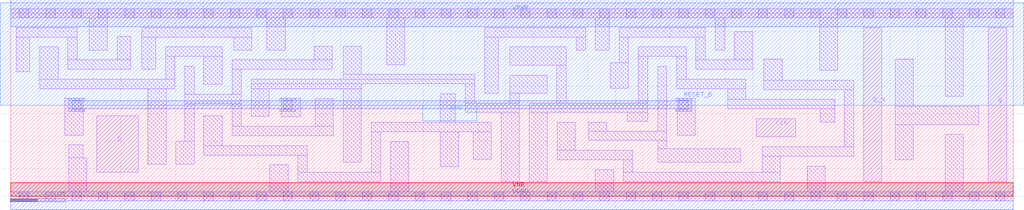
<source format=lef>
# Copyright 2020 The SkyWater PDK Authors
#
# Licensed under the Apache License, Version 2.0 (the "License");
# you may not use this file except in compliance with the License.
# You may obtain a copy of the License at
#
#     https://www.apache.org/licenses/LICENSE-2.0
#
# Unless required by applicable law or agreed to in writing, software
# distributed under the License is distributed on an "AS IS" BASIS,
# WITHOUT WARRANTIES OR CONDITIONS OF ANY KIND, either express or implied.
# See the License for the specific language governing permissions and
# limitations under the License.
#
# SPDX-License-Identifier: Apache-2.0

VERSION 5.7 ;
  NOWIREEXTENSIONATPIN ON ;
  DIVIDERCHAR "/" ;
  BUSBITCHARS "[]" ;
MACRO sky130_fd_sc_lp__dfrbp_lp
  CLASS CORE ;
  FOREIGN sky130_fd_sc_lp__dfrbp_lp ;
  ORIGIN  0.000000  0.000000 ;
  SIZE  18.24000 BY  3.330000 ;
  SYMMETRY R90 ;
  SITE unit ;
  PIN D
    ANTENNAGATEAREA  0.189000 ;
    DIRECTION INPUT ;
    USE SIGNAL ;
    PORT
      LAYER li1 ;
        RECT 1.565000 0.440000 2.315000 1.460000 ;
    END
  END D
  PIN Q
    ANTENNADIFFAREA  0.598500 ;
    DIRECTION OUTPUT ;
    USE SIGNAL ;
    PORT
      LAYER li1 ;
        RECT 17.785000 0.265000 18.115000 3.065000 ;
    END
  END Q
  PIN Q_N
    ANTENNADIFFAREA  0.598500 ;
    DIRECTION OUTPUT ;
    USE SIGNAL ;
    PORT
      LAYER li1 ;
        RECT 15.515000 0.265000 15.845000 3.065000 ;
    END
  END Q_N
  PIN RESET_B
    ANTENNAGATEAREA  0.567000 ;
    DIRECTION INPUT ;
    USE SIGNAL ;
    PORT
      LAYER met1 ;
        RECT  1.055000 1.550000  1.345000 1.595000 ;
        RECT  1.055000 1.595000 12.385000 1.735000 ;
        RECT  1.055000 1.735000  1.345000 1.780000 ;
        RECT  4.895000 1.550000  5.185000 1.595000 ;
        RECT  4.895000 1.735000  5.185000 1.780000 ;
        RECT 12.095000 1.550000 12.385000 1.595000 ;
        RECT 12.095000 1.735000 12.385000 1.780000 ;
    END
  END RESET_B
  PIN CLK
    ANTENNAGATEAREA  0.318000 ;
    DIRECTION INPUT ;
    USE CLOCK ;
    PORT
      LAYER li1 ;
        RECT 13.565000 1.080000 14.275000 1.410000 ;
    END
  END CLK
  PIN VGND
    DIRECTION INOUT ;
    USE GROUND ;
    PORT
      LAYER met1 ;
        RECT 0.000000 -0.245000 18.240000 0.245000 ;
    END
  END VGND
  PIN VNB
    DIRECTION INOUT ;
    USE GROUND ;
    PORT
      LAYER pwell ;
        RECT 0.000000 0.000000 18.240000 0.245000 ;
    END
  END VNB
  PIN VPB
    DIRECTION INOUT ;
    USE POWER ;
    PORT
      LAYER nwell ;
        RECT -0.190000 1.655000 18.430000 3.520000 ;
        RECT  7.490000 1.375000  8.475000 1.655000 ;
    END
  END VPB
  PIN VPWR
    DIRECTION INOUT ;
    USE POWER ;
    PORT
      LAYER met1 ;
        RECT 0.000000 3.085000 18.240000 3.575000 ;
    END
  END VPWR
  OBS
    LAYER li1 ;
      RECT  0.000000 -0.085000 18.240000 0.085000 ;
      RECT  0.000000  3.245000 18.240000 3.415000 ;
      RECT  0.100000  2.265000  0.350000 2.895000 ;
      RECT  0.100000  2.895000  1.210000 3.065000 ;
      RECT  0.530000  1.960000  2.985000 2.130000 ;
      RECT  0.530000  2.130000  0.860000 2.715000 ;
      RECT  0.985000  1.110000  1.315000 1.780000 ;
      RECT  1.040000  2.310000  2.185000 2.480000 ;
      RECT  1.040000  2.480000  1.210000 2.895000 ;
      RECT  1.055000  0.085000  1.385000 0.700000 ;
      RECT  1.055000  0.700000  1.315000 0.940000 ;
      RECT  1.425000  2.660000  1.755000 3.245000 ;
      RECT  1.935000  2.480000  2.185000 2.910000 ;
      RECT  2.385000  2.310000  2.635000 2.895000 ;
      RECT  2.385000  2.895000  4.385000 3.065000 ;
      RECT  2.495000  0.580000  2.825000 1.960000 ;
      RECT  2.815000  2.130000  2.985000 2.545000 ;
      RECT  2.815000  2.545000  3.845000 2.715000 ;
      RECT  3.005000  0.580000  3.335000 1.000000 ;
      RECT  3.165000  1.000000  3.335000 1.685000 ;
      RECT  3.165000  1.685000  4.195000 1.855000 ;
      RECT  3.165000  1.855000  3.335000 2.365000 ;
      RECT  3.515000  0.750000  5.395000 0.920000 ;
      RECT  3.515000  0.920000  3.845000 1.460000 ;
      RECT  3.515000  2.035000  3.845000 2.545000 ;
      RECT  4.025000  1.100000  5.870000 1.270000 ;
      RECT  4.025000  1.270000  4.195000 1.685000 ;
      RECT  4.025000  1.855000  4.195000 2.310000 ;
      RECT  4.025000  2.310000  5.850000 2.480000 ;
      RECT  4.055000  2.660000  4.385000 2.895000 ;
      RECT  4.375000  1.455000  4.705000 1.960000 ;
      RECT  4.375000  1.960000  6.380000 2.045000 ;
      RECT  4.375000  2.045000  8.440000 2.130000 ;
      RECT  4.660000  2.660000  4.990000 3.245000 ;
      RECT  4.715000  0.085000  5.045000 0.570000 ;
      RECT  4.925000  1.450000  5.275000 1.780000 ;
      RECT  5.225000  0.265000  6.730000 0.435000 ;
      RECT  5.225000  0.435000  5.395000 0.750000 ;
      RECT  5.520000  2.480000  5.850000 2.725000 ;
      RECT  5.540000  1.270000  5.870000 1.770000 ;
      RECT  6.050000  0.615000  6.380000 1.960000 ;
      RECT  6.050000  2.130000  8.440000 2.215000 ;
      RECT  6.050000  2.215000  6.380000 2.725000 ;
      RECT  6.560000  0.435000  6.730000 1.175000 ;
      RECT  6.560000  1.175000  8.740000 1.345000 ;
      RECT  6.840000  2.395000  7.170000 3.245000 ;
      RECT  6.910000  0.085000  7.240000 0.995000 ;
      RECT  7.815000  0.535000  8.145000 1.175000 ;
      RECT  7.815000  1.345000  8.090000 1.865000 ;
      RECT  8.270000  1.525000  9.250000 1.695000 ;
      RECT  8.270000  1.695000  8.440000 2.045000 ;
      RECT  8.410000  0.675000  8.740000 1.175000 ;
      RECT  8.620000  1.875000  8.870000 2.895000 ;
      RECT  8.620000  2.895000 10.455000 3.065000 ;
      RECT  8.920000  0.265000  9.250000 1.525000 ;
      RECT  9.075000  2.385000 10.105000 2.715000 ;
      RECT  9.080000  1.695000  9.250000 1.875000 ;
      RECT  9.080000  1.875000  9.755000 2.205000 ;
      RECT  9.430000  0.265000  9.760000 1.525000 ;
      RECT  9.430000  1.525000 11.585000 1.695000 ;
      RECT  9.935000  1.695000 10.105000 2.385000 ;
      RECT  9.940000  0.665000 11.315000 0.835000 ;
      RECT  9.940000  0.835000 10.270000 1.345000 ;
      RECT 10.285000  2.655000 10.455000 2.895000 ;
      RECT 10.510000  1.015000 11.935000 1.185000 ;
      RECT 10.510000  1.185000 10.840000 1.345000 ;
      RECT 10.635000  0.085000 10.965000 0.485000 ;
      RECT 10.635000  2.655000 10.885000 3.245000 ;
      RECT 10.905000  1.965000 11.235000 2.425000 ;
      RECT 11.065000  2.425000 11.235000 2.895000 ;
      RECT 11.065000  2.895000 12.635000 3.065000 ;
      RECT 11.145000  0.265000 14.000000 0.435000 ;
      RECT 11.145000  0.435000 11.315000 0.665000 ;
      RECT 11.215000  1.365000 11.585000 1.525000 ;
      RECT 11.415000  1.695000 11.585000 2.545000 ;
      RECT 11.415000  2.545000 12.285000 2.715000 ;
      RECT 11.765000  0.615000 13.275000 0.865000 ;
      RECT 11.765000  0.865000 11.935000 1.015000 ;
      RECT 11.765000  1.185000 11.935000 2.365000 ;
      RECT 12.115000  1.960000 13.370000 2.130000 ;
      RECT 12.115000  2.130000 12.285000 2.545000 ;
      RECT 12.125000  1.110000 12.455000 1.780000 ;
      RECT 12.465000  2.310000 13.495000 2.480000 ;
      RECT 12.465000  2.480000 12.635000 2.895000 ;
      RECT 12.815000  2.660000 12.985000 3.245000 ;
      RECT 13.040000  1.590000 14.985000 1.760000 ;
      RECT 13.040000  1.760000 13.370000 1.960000 ;
      RECT 13.165000  2.480000 13.495000 2.990000 ;
      RECT 13.670000  0.435000 14.000000 0.730000 ;
      RECT 13.670000  0.730000 15.335000 0.900000 ;
      RECT 13.700000  1.940000 15.335000 2.110000 ;
      RECT 13.700000  2.110000 14.030000 2.495000 ;
      RECT 14.490000  0.085000 14.820000 0.550000 ;
      RECT 14.715000  2.290000 15.045000 3.245000 ;
      RECT 14.725000  1.345000 14.985000 1.590000 ;
      RECT 15.165000  0.900000 15.335000 1.940000 ;
      RECT 16.090000  0.665000 16.420000 1.305000 ;
      RECT 16.090000  1.305000 17.605000 1.635000 ;
      RECT 16.090000  1.635000 16.420000 2.495000 ;
      RECT 16.995000  0.085000 17.325000 1.125000 ;
      RECT 16.995000  1.815000 17.325000 3.245000 ;
    LAYER mcon ;
      RECT  0.155000 -0.085000  0.325000 0.085000 ;
      RECT  0.155000  3.245000  0.325000 3.415000 ;
      RECT  0.635000 -0.085000  0.805000 0.085000 ;
      RECT  0.635000  3.245000  0.805000 3.415000 ;
      RECT  1.115000 -0.085000  1.285000 0.085000 ;
      RECT  1.115000  1.580000  1.285000 1.750000 ;
      RECT  1.115000  3.245000  1.285000 3.415000 ;
      RECT  1.595000 -0.085000  1.765000 0.085000 ;
      RECT  1.595000  3.245000  1.765000 3.415000 ;
      RECT  2.075000 -0.085000  2.245000 0.085000 ;
      RECT  2.075000  3.245000  2.245000 3.415000 ;
      RECT  2.555000 -0.085000  2.725000 0.085000 ;
      RECT  2.555000  3.245000  2.725000 3.415000 ;
      RECT  3.035000 -0.085000  3.205000 0.085000 ;
      RECT  3.035000  3.245000  3.205000 3.415000 ;
      RECT  3.515000 -0.085000  3.685000 0.085000 ;
      RECT  3.515000  3.245000  3.685000 3.415000 ;
      RECT  3.995000 -0.085000  4.165000 0.085000 ;
      RECT  3.995000  3.245000  4.165000 3.415000 ;
      RECT  4.475000 -0.085000  4.645000 0.085000 ;
      RECT  4.475000  3.245000  4.645000 3.415000 ;
      RECT  4.955000 -0.085000  5.125000 0.085000 ;
      RECT  4.955000  1.580000  5.125000 1.750000 ;
      RECT  4.955000  3.245000  5.125000 3.415000 ;
      RECT  5.435000 -0.085000  5.605000 0.085000 ;
      RECT  5.435000  3.245000  5.605000 3.415000 ;
      RECT  5.915000 -0.085000  6.085000 0.085000 ;
      RECT  5.915000  3.245000  6.085000 3.415000 ;
      RECT  6.395000 -0.085000  6.565000 0.085000 ;
      RECT  6.395000  3.245000  6.565000 3.415000 ;
      RECT  6.875000 -0.085000  7.045000 0.085000 ;
      RECT  6.875000  3.245000  7.045000 3.415000 ;
      RECT  7.355000 -0.085000  7.525000 0.085000 ;
      RECT  7.355000  3.245000  7.525000 3.415000 ;
      RECT  7.835000 -0.085000  8.005000 0.085000 ;
      RECT  7.835000  3.245000  8.005000 3.415000 ;
      RECT  8.315000 -0.085000  8.485000 0.085000 ;
      RECT  8.315000  3.245000  8.485000 3.415000 ;
      RECT  8.795000 -0.085000  8.965000 0.085000 ;
      RECT  8.795000  3.245000  8.965000 3.415000 ;
      RECT  9.275000 -0.085000  9.445000 0.085000 ;
      RECT  9.275000  3.245000  9.445000 3.415000 ;
      RECT  9.755000 -0.085000  9.925000 0.085000 ;
      RECT  9.755000  3.245000  9.925000 3.415000 ;
      RECT 10.235000 -0.085000 10.405000 0.085000 ;
      RECT 10.235000  3.245000 10.405000 3.415000 ;
      RECT 10.715000 -0.085000 10.885000 0.085000 ;
      RECT 10.715000  3.245000 10.885000 3.415000 ;
      RECT 11.195000 -0.085000 11.365000 0.085000 ;
      RECT 11.195000  3.245000 11.365000 3.415000 ;
      RECT 11.675000 -0.085000 11.845000 0.085000 ;
      RECT 11.675000  3.245000 11.845000 3.415000 ;
      RECT 12.155000 -0.085000 12.325000 0.085000 ;
      RECT 12.155000  1.580000 12.325000 1.750000 ;
      RECT 12.155000  3.245000 12.325000 3.415000 ;
      RECT 12.635000 -0.085000 12.805000 0.085000 ;
      RECT 12.635000  3.245000 12.805000 3.415000 ;
      RECT 13.115000 -0.085000 13.285000 0.085000 ;
      RECT 13.115000  3.245000 13.285000 3.415000 ;
      RECT 13.595000 -0.085000 13.765000 0.085000 ;
      RECT 13.595000  3.245000 13.765000 3.415000 ;
      RECT 14.075000 -0.085000 14.245000 0.085000 ;
      RECT 14.075000  3.245000 14.245000 3.415000 ;
      RECT 14.555000 -0.085000 14.725000 0.085000 ;
      RECT 14.555000  3.245000 14.725000 3.415000 ;
      RECT 15.035000 -0.085000 15.205000 0.085000 ;
      RECT 15.035000  3.245000 15.205000 3.415000 ;
      RECT 15.515000 -0.085000 15.685000 0.085000 ;
      RECT 15.515000  3.245000 15.685000 3.415000 ;
      RECT 15.995000 -0.085000 16.165000 0.085000 ;
      RECT 15.995000  3.245000 16.165000 3.415000 ;
      RECT 16.475000 -0.085000 16.645000 0.085000 ;
      RECT 16.475000  3.245000 16.645000 3.415000 ;
      RECT 16.955000 -0.085000 17.125000 0.085000 ;
      RECT 16.955000  3.245000 17.125000 3.415000 ;
      RECT 17.435000 -0.085000 17.605000 0.085000 ;
      RECT 17.435000  3.245000 17.605000 3.415000 ;
      RECT 17.915000 -0.085000 18.085000 0.085000 ;
      RECT 17.915000  3.245000 18.085000 3.415000 ;
  END
END sky130_fd_sc_lp__dfrbp_lp
END LIBRARY

</source>
